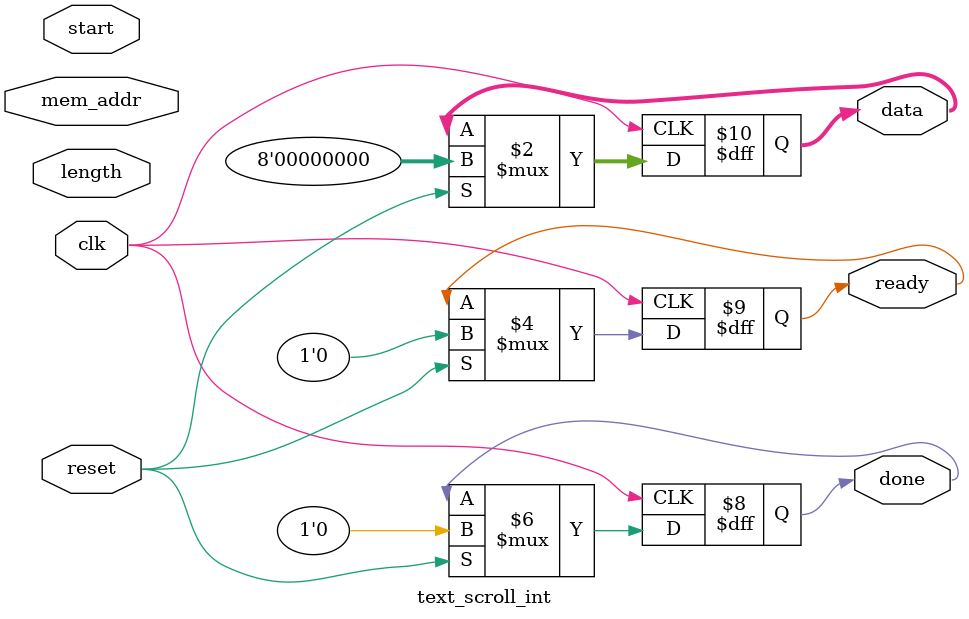
<source format=v>
`timescale 1ns / 1ps
module text_scroll_int(
    input [10:0] mem_addr,
    input [10:0] length,
    input start,
	 input clk,
	 input reset,
    output done,
    output ready,
    output [7:0] data
    );
	 
	 // Instantiate input latches
	 reg [10:0] mem_addr_reg;
    reg [10:0] length_reg;
	 
	 always @(posedge clk) begin
		if (reset) begin
			done<=0;
			data<=0;
			ready<=0;
		end
		
		else 
			if (start) begin
				
			end
		
	 end


endmodule

</source>
